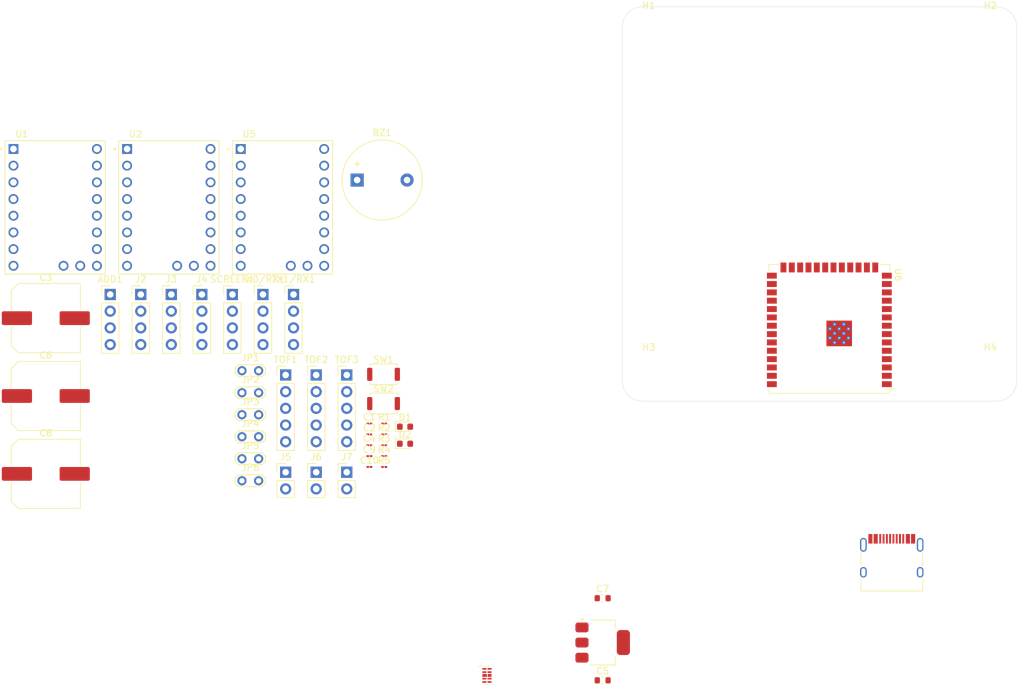
<source format=kicad_pcb>
(kicad_pcb (version 20240108) (generator "pcbnew") (generator_version "8.0")
  (layers (0 "F.Cu" signal) (31 "B.Cu" signal) (34 "B.Paste" user) (35 "F.Paste" user) (36 "B.SilkS" user "B.Silkscreen") (37 "F.SilkS" user "F.Silkscreen") (38 "B.Mask" user) (39 "F.Mask" user) (44 "Edge.Cuts" user))
  (net 0 "")
  (net 1 "SDA")
  (net 2 "SCL")
  (net 3 "3V3")
  (net 4 "VCC_5V")
  (net 5 "BUZZER")
  (net 6 "GPIO0")
  (net 7 "ESP32_EN")
  (net 8 "Net-(D1-K)")
  (net 9 "LED")
  (net 10 "Net-(D2-K)")
  (net 11 "USB_P")
  (net 12 "USB_N")
  (net 13 "Net-(J1-CC1)")
  (net 14 "VCC_5Vin")
  (net 16 "Net-(J1-CC2)")
  (net 18 "Net-(J2-Pin_3)")
  (net 19 "Net-(J2-Pin_4)")
  (net 20 "Net-(J2-Pin_1)")
  (net 21 "Net-(J2-Pin_2)")
  (net 22 "Net-(J3-Pin_2)")
  (net 23 "Net-(J3-Pin_1)")
  (net 24 "Net-(J3-Pin_4)")
  (net 25 "Net-(J3-Pin_3)")
  (net 26 "Net-(J4-Pin_1)")
  (net 27 "Net-(J4-Pin_3)")
  (net 28 "Net-(J4-Pin_4)")
  (net 29 "Net-(J4-Pin_2)")
  (net 30 "TEAMBTN")
  (net 31 "LAUNCHPULL")
  (net 32 "Net-(JP1-B)")
  (net 33 "Net-(JP2-B)")
  (net 34 "Net-(JP3-B)")
  (net 35 "Net-(JP4-B)")
  (net 36 "Net-(JP5-B)")
  (net 37 "Net-(JP6-B)")
  (net 38 "XSHUT1")
  (net 39 "XSHUT2")
  (net 40 "XSHUT3")
  (net 41 "RX0")
  (net 42 "TX0")
  (net 43 "TX1")
  (net 44 "RX1")
  (net 47 "DIR1")
  (net 49 "STEP1")
  (net 54 "STEP2")
  (net 56 "DIR2")
  (net 62 "DIR3")
  (net 67 "STEP3")
  (net 68 "GPIO21")
  (net 69 "GPIO36")
  (net 72 "GPIO47")
  (net 76 "GPIO48")
  (net 77 "GPIO37")
  (net 80 "GPIO35")
  (net 81 "GPIO38")
  (footprint "Buzzer_Beeper:Buzzer_12x9.5RM7.6" (layer "F.Cu") (at 169.6275 73.355)
    (property "Reference" "BZ1" (at 3.8 -7.2 0) (layer "F.SilkS"))
    (property "Value" "Buzzer")
    (fp_text user "+" (at -0.01 -2.54 0) (layer "F.SilkS"))
    (pad "1" thru_hole rect (at 0 0) (size 2 2) (drill 1) (layers "*.Cu" "*.Mask") (net 5 "BUZZER"))
    (pad "2" thru_hole circle (at 7.6 0) (size 2 2) (drill 1) (layers "*.Cu" "*.Mask") (net 3 "3V3"))
  )
  (footprint "Connector_PinHeader_2.54mm:PinHeader_1x04_P2.54mm_Vertical" (layer "F.Cu") (at 159.9475 90.775)
    (property "Reference" "TX1/RX1" (at 0 -2.33 0) (layer "F.SilkS"))
    (property "Value" "Conn_01x04_Pin")
    (pad "1" thru_hole rect (at 0 0) (size 1.7 1.7) (drill 1) (layers "*.Cu" "*.Mask") (net 3 "3V3"))
    (pad "2" thru_hole oval (at 0 2.54) (size 1.7 1.7) (drill 1) (layers "*.Cu" "*.Mask") (net 44 "RX1"))
    (pad "3" thru_hole oval (at 0 5.08) (size 1.7 1.7) (drill 1) (layers "*.Cu" "*.Mask") (net 43 "TX1"))
    (pad "4" thru_hole oval (at 0 7.62) (size 1.7 1.7) (drill 1) (layers "*.Cu" "*.Mask") (net 4 "VCC_5V"))
  )
  (footprint "Connector_PinHeader_2.54mm:PinHeader_1x04_P2.54mm_Vertical" (layer "F.Cu") (at 145.9975 90.775)
    (property "Reference" "J4" (at 0 -2.33 0) (layer "F.SilkS"))
    (property "Value" "Conn_01x04_Pin")
    (pad "1" thru_hole rect (at 0 0) (size 1.7 1.7) (drill 1) (layers "*.Cu" "*.Mask") (net 26 "Net-(J4-Pin_1)"))
    (pad "2" thru_hole oval (at 0 2.54) (size 1.7 1.7) (drill 1) (layers "*.Cu" "*.Mask") (net 29 "Net-(J4-Pin_2)"))
    (pad "3" thru_hole oval (at 0 5.08) (size 1.7 1.7) (drill 1) (layers "*.Cu" "*.Mask") (net 27 "Net-(J4-Pin_3)"))
    (pad "4" thru_hole oval (at 0 7.62) (size 1.7 1.7) (drill 1) (layers "*.Cu" "*.Mask") (net 28 "Net-(J4-Pin_4)"))
  )
  (footprint "TestPoint:TestPoint_2Pads_Pitch2.54mm_Drill0.8mm" (layer "F.Cu") (at 152.0975 102.375)
    (property "Reference" "JP1" (at 1.3 -2 0) (layer "F.SilkS"))
    (property "Value" "Jumper_2_Open")
    (pad "1" thru_hole circle (at 0 0) (size 1.4 1.4) (drill 0.8) (layers "*.Cu" "*.Mask") (net 4 "VCC_5V"))
    (pad "2" thru_hole circle (at 2.54 0) (size 1.4 1.4) (drill 0.8) (layers "*.Cu" "*.Mask") (net 32 "Net-(JP1-B)"))
  )
  (footprint "Resistor_SMD:R_01005_0402Metric" (layer "F.Cu") (at 173.7475 117.025)
    (property "Reference" "R5" (at 0 -1 0) (layer "F.SilkS"))
    (property "Value" "120")
    (pad "1" smd roundrect (at -0.25 0) (size 0.4 0.3) (layers "F.Cu" "F.Mask") (net 10 "Net-(D2-K)"))
    (pad "2" smd roundrect (at 0.25 0) (size 0.4 0.3) (layers "F.Cu" "F.Mask") (net 3 "3V3"))
  )
  (footprint "TestPoint:TestPoint_2Pads_Pitch2.54mm_Drill0.8mm" (layer "F.Cu") (at 152.0975 115.775)
    (property "Reference" "JP5" (at 1.3 -2 0) (layer "F.SilkS"))
    (property "Value" "Jumper_2_Open")
    (pad "1" thru_hole circle (at 0 0) (size 1.4 1.4) (drill 0.8) (layers "*.Cu" "*.Mask") (net 4 "VCC_5V"))
    (pad "2" thru_hole circle (at 2.54 0) (size 1.4 1.4) (drill 0.8) (layers "*.Cu" "*.Mask") (net 36 "Net-(JP5-B)"))
  )
  (footprint "TMC2209:MODULE_TMC2209_SILENTSTEPSTICK" (layer "F.Cu") (at 158.2625 77.515)
    (property "Reference" "U5" (at -5.075 -11.155 0) (layer "F.SilkS"))
    (property "Value" "TMC2209_SILENTSTEPSTICK")
    (pad "1" thru_hole rect (at -6.35 -8.89) (size 1.508 1.508) (drill 1) (layers "*.Cu" "*.Mask") (net 3 "3V3"))
    (pad "2" thru_hole circle (at -6.35 -6.35) (size 1.508 1.508) (drill 1) (layers "*.Cu" "*.Mask") (net 4 "VCC_5V"))
    (pad "3" thru_hole circle (at -6.35 -3.81) (size 1.508 1.508) (drill 1) (layers "*.Cu" "*.Mask") (net 29 "Net-(J4-Pin_2)"))
    (pad "4" thru_hole circle (at -6.35 -1.27) (size 1.508 1.508) (drill 1) (layers "*.Cu" "*.Mask") (net 28 "Net-(J4-Pin_4)"))
    (pad "5" thru_hole circle (at -6.35 1.27) (size 1.508 1.508) (drill 1) (layers "*.Cu" "*.Mask") (net 27 "Net-(J4-Pin_3)"))
    (pad "6" thru_hole circle (at -6.35 3.81) (size 1.508 1.508) (drill 1) (layers "*.Cu" "*.Mask") (net 26 "Net-(J4-Pin_1)"))
    (pad "7" thru_hole circle (at -6.35 6.35) (size 1.508 1.508) (drill 1) (layers "*.Cu" "*.Mask") (net 3 "3V3"))
    (pad "8" thru_hole circle (at -6.35 8.89) (size 1.508 1.508) (drill 1) (layers "*.Cu" "*.Mask") (net 4 "VCC_5V"))
    (pad "9" thru_hole circle (at 6.35 -8.89) (size 1.508 1.508) (drill 1) (layers "*.Cu" "*.Mask") (net 62 "DIR3"))
    (pad "10" thru_hole circle (at 6.35 -6.35) (size 1.508 1.508) (drill 1) (layers "*.Cu" "*.Mask") (net 67 "STEP3"))
    (pad "11" thru_hole circle (at 6.35 -3.81) (size 1.508 1.508) (drill 1) (layers "*.Cu" "*.Mask"))
    (pad "12" thru_hole circle (at 6.35 -1.27) (size 1.508 1.508) (drill 1) (layers "*.Cu" "*.Mask"))
    (pad "13" thru_hole circle (at 6.35 1.27) (size 1.508 1.508) (drill 1) (layers "*.Cu" "*.Mask"))
    (pad "14" thru_hole circle (at 6.35 3.81) (size 1.508 1.508) (drill 1) (layers "*.Cu" "*.Mask") (net 37 "Net-(JP6-B)"))
    (pad "15" thru_hole circle (at 6.35 6.35) (size 1.508 1.508) (drill 1) (layers "*.Cu" "*.Mask") (net 36 "Net-(JP5-B)"))
    (pad "16" thru_hole circle (at 6.35 8.89) (size 1.508 1.508) (drill 1) (layers "*.Cu" "*.Mask") (net 3 "3V3"))
    (pad "17" thru_hole circle (at 1.27 8.89) (size 1.508 1.508) (drill 1) (layers "*.Cu" "*.Mask"))
    (pad "18" thru_hole circle (at 3.81 8.89) (size 1.508 1.508) (drill 1) (layers "*.Cu" "*.Mask"))
  )
  (footprint "Capacitor_SMD:C_Elec_10x10.2" (layer "F.Cu") (at 122.2475 106.225)
    (property "Reference" "C6" (at 0 -6.2 0) (layer "F.SilkS"))
    (property "Value" "100uF")
    (pad "1" smd roundrect (at -4.4 0) (size 4.6 2.1) (layers "F.Cu" "F.Paste" "F.Mask") (roundrect_rratio 0.119048) (net 4 "VCC_5V"))
    (pad "2" smd roundrect (at 4.4 0) (size 4.6 2.1) (layers "F.Cu" "F.Paste" "F.Mask") (roundrect_rratio 0.119048) (net 3 "3V3"))
  )
  (footprint "Connector_PinHeader_2.54mm:PinHeader_1x02_P2.54mm_Vertical" (layer "F.Cu") (at 163.3975 117.825)
    (property "Reference" "J6" (at 0 -2.33 0) (layer "F.SilkS"))
    (property "Value" "Conn_01x02_Pin")
    (pad "1" thru_hole rect (at 0 0) (size 1.7 1.7) (drill 1) (layers "*.Cu" "*.Mask") (net 4 "VCC_5V"))
    (pad "2" thru_hole oval (at 0 2.54) (size 1.7 1.7) (drill 1) (layers "*.Cu" "*.Mask") (net 14 "VCC_5Vin"))
  )
  (footprint "Connector_PinHeader_2.54mm:PinHeader_1x05_P2.54mm_Vertical" (layer "F.Cu") (at 163.3975 103.025)
    (property "Reference" "TOF2" (at 0 -2.33 0) (layer "F.SilkS"))
    (property "Value" "Conn_01x05_Pin")
    (pad "1" thru_hole rect (at 0 0) (size 1.7 1.7) (drill 1) (layers "*.Cu" "*.Mask") (net 39 "XSHUT2"))
    (pad "2" thru_hole oval (at 0 2.54) (size 1.7 1.7) (drill 1) (layers "*.Cu" "*.Mask") (net 1 "SDA"))
    (pad "3" thru_hole oval (at 0 5.08) (size 1.7 1.7) (drill 1) (layers "*.Cu" "*.Mask") (net 2 "SCL"))
    (pad "4" thru_hole oval (at 0 7.62) (size 1.7 1.7) (drill 1) (layers "*.Cu" "*.Mask") (net 3 "3V3"))
    (pad "5" thru_hole oval (at 0 10.16) (size 1.7 1.7) (drill 1) (layers "*.Cu" "*.Mask") (net 4 "VCC_5V"))
  )
  (footprint "Resistor_SMD:R_01005_0402Metric" (layer "F.Cu") (at 173.7475 112.075)
    (property "Reference" "R2" (at 0 -1 0) (layer "F.SilkS"))
    (property "Value" "5.1k")
    (pad "1" smd roundrect (at -0.25 0) (size 0.4 0.3) (layers "F.Cu" "F.Mask") (net 16 "Net-(J1-CC2)"))
    (pad "2" smd roundrect (at 0.25 0) (size 0.4 0.3) (layers "F.Cu" "F.Mask") (net 3 "3V3"))
  )
  (footprint "Resistor_SMD:R_01005_0402Metric" (layer "F.Cu") (at 171.4975 117.025)
    (property "Reference" "C10" (at 0 -1 0) (layer "F.SilkS"))
    (property "Value" "0.1uF(50V/10%)")
    (pad "1" smd roundrect (at -0.25 0) (size 0.4 0.3) (layers "F.Cu" "F.Mask") (net 3 "3V3"))
    (pad "2" smd roundrect (at 0.25 0) (size 0.4 0.3) (layers "F.Cu" "F.Mask") (net 3 "3V3"))
  )
  (footprint "TestPoint:TestPoint_2Pads_Pitch2.54mm_Drill0.8mm" (layer "F.Cu") (at 152.0975 109.075)
    (property "Reference" "JP3" (at 1.3 -2 0) (layer "F.SilkS"))
    (property "Value" "Jumper_2_Open")
    (pad "1" thru_hole circle (at 0 0) (size 1.4 1.4) (drill 0.8) (layers "*.Cu" "*.Mask") (net 4 "VCC_5V"))
    (pad "2" thru_hole circle (at 2.54 0) (size 1.4 1.4) (drill 0.8) (layers "*.Cu" "*.Mask") (net 34 "Net-(JP3-B)"))
  )
  (footprint "Resistor_SMD:R_01005_0402Metric" (layer "F.Cu") (at 171.4975 115.375)
    (property "Reference" "C9" (at 0 -1 0) (layer "F.SilkS"))
    (property "Value" "10uF(25V/20%)")
    (pad "1" smd roundrect (at -0.25 0) (size 0.4 0.3) (layers "F.Cu" "F.Mask") (net 3 "3V3"))
    (pad "2" smd roundrect (at 0.25 0) (size 0.4 0.3) (layers "F.Cu" "F.Mask") (net 3 "3V3"))
  )
  (footprint "Resistor_SMD:R_01005_0402Metric" (layer "F.Cu") (at 173.7475 115.375)
    (property "Reference" "R4" (at 0 -1 0) (layer "F.SilkS"))
    (property "Value" "120")
    (pad "1" smd roundrect (at -0.25 0) (size 0.4 0.3) (layers "F.Cu" "F.Mask") (net 8 "Net-(D1-K)"))
    (pad "2" smd roundrect (at 0.25 0) (size 0.4 0.3) (layers "F.Cu" "F.Mask") (net 3 "3V3"))
  )
  (footprint "Capacitor_SMD:C_Elec_10x10.2" (layer "F.Cu") (at 122.2475 94.375)
    (property "Reference" "C3" (at 0 -6.2 0) (layer "F.SilkS"))
    (property "Value" "100uF")
    (pad "1" smd roundrect (at -4.4 0) (size 4.6 2.1) (layers "F.Cu" "F.Paste" "F.Mask") (roundrect_rratio 0.119048) (net 4 "VCC_5V"))
    (pad "2" smd roundrect (at 4.4 0) (size 4.6 2.1) (layers "F.Cu" "F.Paste" "F.Mask") (roundrect_rratio 0.119048) (net 3 "3V3"))
  )
  (footprint "Connector_PinHeader_2.54mm:PinHeader_1x04_P2.54mm_Vertical" (layer "F.Cu") (at 141.3475 90.775)
    (property "Reference" "J3" (at 0 -2.33 0) (layer "F.SilkS"))
    (property "Value" "Conn_01x04_Pin")
    (pad "1" thru_hole rect (at 0 0) (size 1.7 1.7) (drill 1) (layers "*.Cu" "*.Mask") (net 23 "Net-(J3-Pin_1)"))
    (pad "2" thru_hole oval (at 0 2.54) (size 1.7 1.7) (drill 1) (layers "*.Cu" "*.Mask") (net 22 "Net-(J3-Pin_2)"))
    (pad "3" thru_hole oval (at 0 5.08) (size 1.7 1.7) (drill 1) (layers "*.Cu" "*.Mask") (net 25 "Net-(J3-Pin_3)"))
    (pad "4" thru_hole oval (at 0 7.62) (size 1.7 1.7) (drill 1) (layers "*.Cu" "*.Mask") (net 24 "Net-(J3-Pin_4)"))
  )
  (footprint "Connector_PinHeader_2.54mm:PinHeader_1x05_P2.54mm_Vertical" (layer "F.Cu") (at 158.7475 103.025)
    (property "Reference" "TOF1" (at 0 -2.33 0) (layer "F.SilkS"))
    (property "Value" "Conn_01x05_Pin")
    (pad "1" thru_hole rect (at 0 0) (size 1.7 1.7) (drill 1) (layers "*.Cu" "*.Mask") (net 38 "XSHUT1"))
    (pad "2" thru_hole oval (at 0 2.54) (size 1.7 1.7) (drill 1) (layers "*.Cu" "*.Mask") (net 1 "SDA"))
    (pad "3" thru_hole oval (at 0 5.08) (size 1.7 1.7) (drill 1) (layers "*.Cu" "*.Mask") (net 2 "SCL"))
    (pad "4" thru_hole oval (at 0 7.62) (size 1.7 1.7) (drill 1) (layers "*.Cu" "*.Mask") (net 3 "3V3"))
    (pad "5" thru_hole oval (at 0 10.16) (size 1.7 1.7) (drill 1) (layers "*.Cu" "*.Mask") (net 4 "VCC_5V"))
  )
  (footprint "Resistor_SMD:R_0603_1608Metric" (layer "F.Cu") (at 207 149.5)
    (property "Reference" "C5" (at 0 -1.43 0) (layer "F.SilkS"))
    (property "Value" "10uF")
    (pad "1" smd roundrect (at -0.825 0) (size 0.8 0.95) (layers "F.Cu" "F.Paste" "F.Mask") (net 4 "VCC_5V"))
    (pad "2" smd roundrect (at 0.825 0) (size 0.8 0.95) (layers "F.Cu" "F.Paste" "F.Mask") (net 3 "3V3"))
  )
  (footprint "Connector_PinHeader_2.54mm:PinHeader_1x04_P2.54mm_Vertical" (layer "F.Cu") (at 136.6975 90.775)
    (property "Reference" "J2" (at 0 -2.33 0) (layer "F.SilkS"))
    (property "Value" "Conn_01x04_Pin")
    (pad "1" thru_hole rect (at 0 0) (size 1.7 1.7) (drill 1) (layers "*.Cu" "*.Mask") (net 20 "Net-(J2-Pin_1)"))
    (pad "2" thru_hole oval (at 0 2.54) (size 1.7 1.7) (drill 1) (layers "*.Cu" "*.Mask") (net 21 "Net-(J2-Pin_2)"))
    (pad "3" thru_hole oval (at 0 5.08) (size 1.7 1.7) (drill 1) (layers "*.Cu" "*.Mask") (net 18 "Net-(J2-Pin_3)"))
    (pad "4" thru_hole oval (at 0 7.62) (size 1.7 1.7) (drill 1) (layers "*.Cu" "*.Mask") (net 19 "Net-(J2-Pin_4)"))
  )
  (footprint "MountingHole:MountingHole_3.2mm_M3" (layer "F.Cu") (at 266 103)
    (property "Reference" "H4" (at 0 -4.2 0) (layer "F.SilkS"))
    (property "Value" "MountingHole")
    (pad "" np_thru_hole circle (at 0 0) (size 3.2 3.2) (drill 3.2) (layers "*.Cu" "*.Mask"))
  )
  (footprint "Resistor_SMD:R_01005_0402Metric" (layer "F.Cu") (at 171.4975 112.075)
    (property "Reference" "C2" (at 0 -1 0) (layer "F.SilkS"))
    (property "Value" "0.1uF")
    (pad "1" smd roundrect (at -0.25 0) (size 0.4 0.3) (layers "F.Cu" "F.Mask") (net 7 "ESP32_EN"))
    (pad "2" smd roundrect (at 0.25 0) (size 0.4 0.3) (layers "F.Cu" "F.Mask") (net 3 "3V3"))
  )
  (footprint "Connector_PinHeader_2.54mm:PinHeader_1x05_P2.54mm_Vertical" (layer "F.Cu") (at 168.0475 103.025)
    (property "Reference" "TOF3" (at 0 -2.33 0) (layer "F.SilkS"))
    (property "Value" "Conn_01x05_Pin")
    (pad "1" thru_hole rect (at 0 0) (size 1.7 1.7) (drill 1) (layers "*.Cu" "*.Mask") (net 40 "XSHUT3"))
    (pad "2" thru_hole oval (at 0 2.54) (size 1.7 1.7) (drill 1) (layers "*.Cu" "*.Mask") (net 1 "SDA"))
    (pad "3" thru_hole oval (at 0 5.08) (size 1.7 1.7) (drill 1) (layers "*.Cu" "*.Mask") (net 2 "SCL"))
    (pad "4" thru_hole oval (at 0 7.62) (size 1.7 1.7) (drill 1) (layers "*.Cu" "*.Mask") (net 3 "3V3"))
    (pad "5" thru_hole oval (at 0 10.16) (size 1.7 1.7) (drill 1) (layers "*.Cu" "*.Mask") (net 4 "VCC_5V"))
  )
  (footprint "MountingHole:MountingHole_3.2mm_M3" (layer "F.Cu") (at 266 51)
    (property "Reference" "H2" (at 0 -4.2 0) (layer "F.SilkS"))
    (property "Value" "MountingHole")
    (pad "" np_thru_hole circle (at 0 0) (size 3.2 3.2) (drill 3.2) (layers "*.Cu" "*.Mask"))
  )
  (footprint "Package_TO_SOT_SMD:SOT-223-3_TabPin2" (layer "F.Cu") (at 207 143.75)
    (property "Reference" "U4" (hide yes))
    (property "Value" "AMS1117-3.3 (UMW)" (hide yes))
    (pad "1" smd roundrect (at -3.15 -2.3) (size 2 1.5) (layers "F.Cu" "F.Paste" "F.Mask") (net 3 "3V3"))
    (pad "2" smd roundrect (at -3.15 0) (size 2 1.5) (layers "F.Cu" "F.Paste" "F.Mask") (net 3 "3V3"))
    (pad "2" smd roundrect (at 3.15 0) (size 2 3.8) (layers "F.Cu" "F.Paste" "F.Mask") (net 3 "3V3"))
    (pad "3" smd roundrect (at -3.15 2.3) (size 2 1.5) (layers "F.Cu" "F.Paste" "F.Mask") (net 4 "VCC_5V"))
  )
  (footprint "Resistor_SMD:R_01005_0402Metric" (layer "F.Cu") (at 171.4975 110.425)
    (property "Reference" "C1" (at 0 -1 0) (layer "F.SilkS"))
    (property "Value" "0.1uF")
    (pad "1" smd roundrect (at -0.25 0) (size 0.4 0.3) (layers "F.Cu" "F.Mask") (net 6 "GPIO0"))
    (pad "2" smd roundrect (at 0.25 0) (size 0.4 0.3) (layers "F.Cu" "F.Mask") (net 3 "3V3"))
  )
  (footprint "Connector_PinHeader_2.54mm:PinHeader_1x04_P2.54mm_Vertical" (layer "F.Cu") (at 150.6475 90.775)
    (property "Reference" "SCREEN1" (at 0 -2.33 0) (layer "F.SilkS"))
    (property "Value" "Conn_01x04_Pin")
    (pad "1" thru_hole rect (at 0 0) (size 1.7 1.7) (drill 1) (layers "*.Cu" "*.Mask") (net 1 "SDA"))
    (pad "2" thru_hole oval (at 0 2.54) (size 1.7 1.7) (drill 1) (layers "*.Cu" "*.Mask") (net 2 "SCL"))
    (pad "3" thru_hole oval (at 0 5.08) (size 1.7 1.7) (drill 1) (layers "*.Cu" "*.Mask") (net 4 "VCC_5V"))
    (pad "4" thru_hole oval (at 0 7.62) (size 1.7 1.7) (drill 1) (layers "*.Cu" "*.Mask") (net 3 "3V3"))
  )
  (footprint "TMC2209:MODULE_TMC2209_SILENTSTEPSTICK" (layer "F.Cu") (at 140.9675 77.515)
    (property "Reference" "U2" (at -5.075 -11.155 0) (layer "F.SilkS"))
    (property "Value" "TMC2209_SILENTSTEPSTICK")
    (pad "1" thru_hole rect (at -6.35 -8.89) (size 1.508 1.508) (drill 1) (layers "*.Cu" "*.Mask") (net 3 "3V3"))
    (pad "2" thru_hole circle (at -6.35 -6.35) (size 1.508 1.508) (drill 1) (layers "*.Cu" "*.Mask") (net 4 "VCC_5V"))
    (pad "3" thru_hole circle (at -6.35 -3.81) (size 1.508 1.508) (drill 1) (layers "*.Cu" "*.Mask") (net 22 "Net-(J3-Pin_2)"))
    (pad "4" thru_hole circle (at -6.35 -1.27) (size 1.508 1.508) (drill 1) (layers "*.Cu" "*.Mask") (net 24 "Net-(J3-Pin_4)"))
    (pad "5" thru_hole circle (at -6.35 1.27) (size 1.508 1.508) (drill 1) (layers "*.Cu" "*.Mask") (net 25 "Net-(J3-Pin_3)"))
    (pad "6" thru_hole circle (at -6.35 3.81) (size 1.508 1.508) (drill 1) (layers "*.Cu" "*.Mask") (net 23 "Net-(J3-Pin_1)"))
    (pad "7" thru_hole circle (at -6.35 6.35) (size 1.508 1.508) (drill 1) (layers "*.Cu" "*.Mask") (net 3 "3V3"))
    (pad "8" thru_hole circle (at -6.35 8.89) (size 1.508 1.508) (drill 1) (layers "*.Cu" "*.Mask") (net 4 "VCC_5V"))
    (pad "9" thru_hole circle (at 6.35 -8.89) (size 1.508 1.508) (drill 1) (layers "*.Cu" "*.Mask") (net 56 "DIR2"))
    (pad "10" thru_hole circle (at 6.35 -6.35) (size 1.508 1.508) (drill 1) (layers "*.Cu" "*.Mask") (net 54 "STEP2"))
    (pad "11" thru_hole circle (at 6.35 -3.81) (size 1.508 1.508) (drill 1) (layers "*.Cu" "*.Mask"))
    (pad "12" thru_hole circle (at 6.35 -1.27) (size 1.508 1.508) (drill 1) (layers "*.Cu" "*.Mask"))
    (pad "13" thru_hole circle (at 6.35 1.27) (size 1.508 1.508) (drill 1) (layers "*.Cu" "*.Mask"))
    (pad "14" thru_hole circle (at 6.35 3.81) (size 1.508 1.508) (drill 1) (layers "*.Cu" "*.Mask") (net 35 "Net-(JP4-B)"))
    (pad "15" thru_hole circle (at 6.35 6.35) (size 1.508 1.508) (drill 1) (layers "*.Cu" "*.Mask") (net 34 "Net-(JP3-B)"))
    (pad "16" thru_hole circle (at 6.35 8.89) (size 1.508 1.508) (drill 1) (layers "*.Cu" "*.Mask") (net 3 "3V3"))
    (pad "17" thru_hole circle (at 1.27 8.89) (size 1.508 1.508) (drill 1) (layers "*.Cu" "*.Mask"))
    (pad "18" thru_hole circle (at 3.81 8.89) (size 1.508 1.508) (drill 1) (layers "*.Cu" "*.Mask"))
  )
  (footprint "TestPoint:TestPoint_2Pads_Pitch2.54mm_Drill0.8mm" (layer "F.Cu") (at 152.0975 112.425)
    (property "Reference" "JP4" (at 1.3 -2 0) (layer "F.SilkS"))
    (property "Value" "Jumper_2_Open")
    (pad "1" thru_hole circle (at 0 0) (size 1.4 1.4) (drill 0.8) (layers "*.Cu" "*.Mask") (net 4 "VCC_5V"))
    (pad "2" thru_hole circle (at 2.54 0) (size 1.4 1.4) (drill 0.8) (layers "*.Cu" "*.Mask") (net 35 "Net-(JP4-B)"))
  )
  (footprint "MountingHole:MountingHole_3.2mm_M3" (layer "F.Cu") (at 214 103)
    (property "Reference" "H3" (at 0 -4.2 0) (layer "F.SilkS"))
    (property "Value" "MountingHole")
    (pad "" np_thru_hole circle (at 0 0) (size 3.2 3.2) (drill 3.2) (layers "*.Cu" "*.Mask"))
  )
  (footprint "Package_DFN_QFN:Diodes_UDFN-10_1.0x2.5mm_P0.5mm" (layer "F.Cu") (at 189.3875 148.75)
    (property "Reference" "U3" (hide yes))
    (property "Value" "D3V3XA4B10LP" (hide yes))
    (pad "1" smd rect (at -0.3875 -1 270) (size 0.25 0.625) (layers "F.Cu" "F.Paste" "F.Mask") (net 12 "USB_N"))
    (pad "2" smd rect (at -0.3875 -0.5 270) (size 0.25 0.625) (layers "F.Cu" "F.Paste" "F.Mask") (net 11 "USB_P"))
    (pad "3" smd rect (at -0.35 0 270) (size 0.45 0.7) (layers "F.Cu" "F.Paste" "F.Mask") (net 3 "3V3"))
    (pad "4" smd rect (at -0.3875 0.5 270) (size 0.25 0.625) (layers "F.Cu" "F.Paste" "F.Mask") (net 4 "VCC_5V"))
    (pad "5" smd rect (at -0.3875 1 270) (size 0.25 0.625) (layers "F.Cu" "F.Paste" "F.Mask"))
    (pad "6" smd rect (at 0.3875 1 270) (size 0.25 0.625) (layers "F.Cu" "F.Paste" "F.Mask"))
    (pad "7" smd rect (at 0.3875 0.5 270) (size 0.25 0.625) (layers "F.Cu" "F.Paste" "F.Mask") (net 4 "VCC_5V"))
    (pad "8" smd rect (at 0.4125 0 270) (size 0.45 0.575) (layers "F.Cu" "F.Paste" "F.Mask") (net 3 "3V3"))
    (pad "9" smd rect (at 0.3875 -0.5 270) (size 0.25 0.625) (layers "F.Cu" "F.Paste" "F.Mask") (net 11 "USB_P"))
    (pad "10" smd rect (at 0.3875 -1 270) (size 0.25 0.625) (layers "F.Cu" "F.Paste" "F.Mask") (net 12 "USB_N"))
  )
  (footprint "Connector_USB:USB_C_Receptacle_HRO_TYPE-C-31-M-12" (layer "F.Cu") (at 251 132)
    (property "Reference" "J1" (hide yes))
    (property "Value" "USB_C_Receptacle_USB2.0_16P" (hide yes))
    (pad "" np_thru_hole circle (at -2.89 -2.6) (size 0.65 0.65) (drill 0.65) (layers "*.Cu" "*.Mask"))
    (pad "" np_thru_hole circle (at 2.89 -2.6) (size 0.65 0.65) (drill 0.65) (layers "*.Cu" "*.Mask"))
    (pad "A1" smd rect (at -3.25 -4.045) (size 0.6 1.45) (layers "F.Cu" "F.Paste" "F.Mask") (net 3 "3V3"))
    (pad "A4" smd rect (at -2.45 -4.045) (size 0.6 1.45) (layers "F.Cu" "F.Paste" "F.Mask") (net 14 "VCC_5Vin"))
    (pad "A5" smd rect (at -1.25 -4.045) (size 0.3 1.45) (layers "F.Cu" "F.Paste" "F.Mask") (net 13 "Net-(J1-CC1)"))
    (pad "A6" smd rect (at -0.25 -4.045) (size 0.3 1.45) (layers "F.Cu" "F.Paste" "F.Mask") (net 11 "USB_P"))
    (pad "A7" smd rect (at 0.25 -4.045) (size 0.3 1.45) (layers "F.Cu" "F.Paste" "F.Mask") (net 12 "USB_N"))
    (pad "A8" smd rect (at 1.25 -4.045) (size 0.3 1.45) (layers "F.Cu" "F.Paste" "F.Mask"))
    (pad "A9" smd rect (at 2.45 -4.045) (size 0.6 1.45) (layers "F.Cu" "F.Paste" "F.Mask") (net 14 "VCC_5Vin"))
    (pad "A12" smd rect (at 3.25 -4.045) (size 0.6 1.45) (layers "F.Cu" "F.Paste" "F.Mask") (net 3 "3V3"))
    (pad "B1" smd rect (at 3.25 -4.045) (size 0.6 1.45) (layers "F.Cu" "F.Paste" "F.Mask") (net 3 "3V3"))
    (pad "B4" smd rect (at 2.45 -4.045) (size 0.6 1.45) (layers "F.Cu" "F.Paste" "F.Mask") (net 14 "VCC_5Vin"))
    (pad "B5" smd rect (at 1.75 -4.045) (size 0.3 1.45) (layers "F.Cu" "F.Paste" "F.Mask") (net 16 "Net-(J1-CC2)"))
    (pad "B6" smd rect (at 0.75 -4.045) (size 0.3 1.45) (layers "F.Cu" "F.Paste" "F.Mask") (net 11 "USB_P"))
    (pad "B7" smd rect (at -0.75 -4.045) (size 0.3 1.45) (layers "F.Cu" "F.Paste" "F.Mask") (net 12 "USB_N"))
    (pad "B8" smd rect (at -1.75 -4.045) (size 0.3 1.45) (layers "F.Cu" "F.Paste" "F.Mask"))
    (pad "B9" smd rect (at -2.45 -4.045) (size 0.6 1.45) (layers "F.Cu" "F.Paste" "F.Mask") (net 14 "VCC_5Vin"))
    (pad "B12" smd rect (at -3.25 -4.045) (size 0.6 1.45) (layers "F.Cu" "F.Paste" "F.Mask") (net 3 "3V3"))
    (pad "S1" thru_hole oval (at -4.32 -3.13) (size 1 2.1) (drill oval 0.6 1.7) (layers "*.Cu" "*.Mask") (net 3 "3V3"))
    (pad "S1" thru_hole oval (at -4.32 1.05) (size 1 1.6) (drill oval 0.6 1.2) (layers "*.Cu" "*.Mask") (net 3 "3V3"))
    (pad "S1" thru_hole oval (at 4.32 -3.13) (size 1 2.1) (drill oval 0.6 1.7) (layers "*.Cu" "*.Mask") (net 3 "3V3"))
    (pad "S1" thru_hole oval (at 4.32 1.05) (size 1 1.6) (drill oval 0.6 1.2) (layers "*.Cu" "*.Mask") (net 3 "3V3"))
  )
  (footprint "Capacitor_SMD:C_Elec_10x10.2" (layer "F.Cu") (at 122.2475 118.075)
    (property "Reference" "C8" (at 0 -6.2 0) (layer "F.SilkS"))
    (property "Value" "100uF")
    (pad "1" smd roundrect (at -4.4 0) (size 4.6 2.1) (layers "F.Cu" "F.Paste" "F.Mask") (roundrect_rratio 0.119048) (net 4 "VCC_5V"))
    (pad "2" smd roundrect (at 4.4 0) (size 4.6 2.1) (layers "F.Cu" "F.Paste" "F.Mask") (roundrect_rratio 0.119048) (net 3 "3V3"))
  )
  (footprint "Connector_PinHeader_2.54mm:PinHeader_1x04_P2.54mm_Vertical" (layer "F.Cu") (at 155.2975 90.775)
    (property "Reference" "TX0/RX1" (at 0 -2.33 0) (layer "F.SilkS"))
    (property "Value" "Conn_01x04_Pin")
    (pad "1" thru_hole rect (at 0 0) (size 1.7 1.7) (drill 1) (layers "*.Cu" "*.Mask") (net 3 "3V3"))
    (pad "2" thru_hole oval (at 0 2.54) (size 1.7 1.7) (drill 1) (layers "*.Cu" "*.Mask") (net 41 "RX0"))
    (pad "3" thru_hole oval (at 0 5.08) (size 1.7 1.7) (drill 1) (layers "*.Cu" "*.Mask") (net 42 "TX0"))
    (pad "4" thru_hole oval (at 0 7.62) (size 1.7 1.7) (drill 1) (layers "*.Cu" "*.Mask") (net 4 "VCC_5V"))
  )
  (footprint "Resistor_SMD:R_01005_0402Metric" (layer "F.Cu") (at 171.4975 113.725)
    (property "Reference" "C4" (at 0 -1 0) (layer "F.SilkS"))
    (property "Value" "10uF(25V/20%)")
    (pad "1" smd roundrect (at -0.25 0) (size 0.4 0.3) (layers "F.Cu" "F.Mask") (net 4 "VCC_5V"))
    (pad "2" smd roundrect (at 0.25 0) (size 0.4 0.3) (layers "F.Cu" "F.Mask") (net 3 "3V3"))
  )
  (footprint "Button_Switch_SMD:SW_Push_SPST_NO_Alps_SKRK" (layer "F.Cu") (at 173.6475 102.925)
    (property "Reference" "SW1" (at 0 -2.25 0) (layer "F.SilkS"))
    (property "Value" "SW_Push")
    (pad "1" smd roundrect (at -2.1 0) (size 0.8 2) (layers "F.Cu" "F.Paste" "F.Mask") (net 3 "3V3"))
    (pad "2" smd roundrect (at 2.1 0) (size 0.8 2) (layers "F.Cu" "F.Paste" "F.Mask") (net 6 "GPIO0"))
  )
  (footprint "Resistor_SMD:R_01005_0402Metric" (layer "F.Cu") (at 173.7475 110.425)
    (property "Reference" "R1" (at 0 -1 0) (layer "F.SilkS"))
    (property "Value" "10k")
    (pad "1" smd roundrect (at -0.25 0) (size 0.4 0.3) (layers "F.Cu" "F.Mask") (net 3 "3V3"))
    (pad "2" smd roundrect (at 0.25 0) (size 0.4 0.3) (layers "F.Cu" "F.Mask") (net 7 "ESP32_EN"))
  )
  (footprint "Resistor_SMD:R_0603_1608Metric" (layer "F.Cu") (at 207 137)
    (property "Reference" "C7" (at 0 -1.43 0) (layer "F.SilkS"))
    (property "Value" "10uF")
    (pad "1" smd roundrect (at -0.825 0) (size 0.8 0.95) (layers "F.Cu" "F.Paste" "F.Mask") (net 3 "3V3"))
    (pad "2" smd roundrect (at 0.825 0) (size 0.8 0.95) (layers "F.Cu" "F.Paste" "F.Mask") (net 3 "3V3"))
  )
  (footprint "LED_SMD:LED_0603_1608Metric" (layer "F.Cu") (at 176.9175 110.895)
    (property "Reference" "D1" (at 0 -1.43 0) (layer "F.SilkS"))
    (property "Value" "~")
    (pad "1" smd roundrect (at -0.7875 0) (size 0.875 0.95) (layers "F.Cu" "F.Paste" "F.Mask") (net 8 "Net-(D1-K)"))
    (pad "2" smd roundrect (at 0.7875 0) (size 0.875 0.95) (layers "F.Cu" "F.Paste" "F.Mask") (net 3 "3V3"))
  )
  (footprint "TestPoint:TestPoint_2Pads_Pitch2.54mm_Drill0.8mm" (layer "F.Cu") (at 152.0975 119.125)
    (property "Reference" "JP6" (at 1.3 -2 0) (layer "F.SilkS"))
    (property "Value" "Jumper_2_Open")
    (pad "1" thru_hole circle (at 0 0) (size 1.4 1.4) (drill 0.8) (layers "*.Cu" "*.Mask") (net 4 "VCC_5V"))
    (pad "2" thru_hole circle (at 2.54 0) (size 1.4 1.4) (drill 0.8) (layers "*.Cu" "*.Mask") (net 37 "Net-(JP6-B)"))
  )
  (footprint "Button_Switch_SMD:SW_Push_SPST_NO_Alps_SKRK" (layer "F.Cu") (at 173.6475 107.375)
    (property "Reference" "SW2" (at 0 -2.25 0) (layer "F.SilkS"))
    (property "Value" "SW_Push")
    (pad "1" smd roundrect (at -2.1 0) (size 0.8 2) (layers "F.Cu" "F.Paste" "F.Mask") (net 3 "3V3"))
    (pad "2" smd roundrect (at 2.1 0) (size 0.8 2) (layers "F.Cu" "F.Paste" "F.Mask") (net 7 "ESP32_EN"))
  )
  (footprint "RF_Module:ESP32-S3-WROOM-1U" (layer "F.Cu") (at 241.5 96.01 180)
    (property "Reference" "U6" (at -10.5 8.25 -90) (layer "F.SilkS"))
    (property "Value" "ESP32-S3-WROOM-1" (hide yes))
    (pad "1" smd rect (at -8.75 -8.41 180) (size 1.5 0.9) (layers "F.Cu" "F.Paste" "F.Mask") (net 3 "3V3"))
    (pad "2" smd rect (at -8.75 -7.14 180) (size 1.5 0.9) (layers "F.Cu" "F.Paste" "F.Mask") (net 3 "3V3"))
    (pad "3" smd rect (at -8.75 -5.87 180) (size 1.5 0.9) (layers "F.Cu" "F.Paste" "F.Mask") (net 7 "ESP32_EN"))
    (pad "4" smd rect (at -8.75 -4.6 180) (size 1.5 0.9) (layers "F.Cu" "F.Paste" "F.Mask") (net 5 "BUZZER"))
    (pad "5" smd rect (at -8.75 -3.33 180) (size 1.5 0.9) (layers "F.Cu" "F.Paste" "F.Mask") (net 9 "LED"))
    (pad "6" smd rect (at -8.75 -2.06 180) (size 1.5 0.9) (layers "F.Cu" "F.Paste" "F.Mask") (net 31 "LAUNCHPULL"))
    (pad "7" smd rect (at -8.75 -0.79 180) (size 1.5 0.9) (layers "F.Cu" "F.Paste" "F.Mask") (net 30 "TEAMBTN"))
    (pad "8" smd rect (at -8.75 0.48 180) (size 1.5 0.9) (layers "F.Cu" "F.Paste" "F.Mask") (net 56 "DIR2"))
    (pad "9" smd rect (at -8.75 1.75 180) (size 1.5 0.9) (layers "F.Cu" "F.Paste" "F.Mask") (net 62 "DIR3"))
    (pad "10" smd rect (at -8.75 3.02 180) (size 1.5 0.9) (layers "F.Cu" "F.Paste" "F.Mask") (net 43 "TX1"))
    (pad "11" smd rect (at -8.75 4.29 180) (size 1.5 0.9) (layers "F.Cu" "F.Paste" "F.Mask") (net 44 "RX1"))
    (pad "12" smd rect (at -8.75 5.56 180) (size 1.5 0.9) (layers "F.Cu" "F.Paste" "F.Mask") (net 38 "XSHUT1"))
    (pad "13" smd rect (at -8.75 6.83 180) (size 1.5 0.9) (layers "F.Cu" "F.Paste" "F.Mask") (net 12 "USB_N"))
    (pad "14" smd rect (at -8.75 8.1) (size 1.5 0.9) (layers "F.Cu" "F.Paste" "F.Mask") (net 11 "USB_P"))
    (pad "15" smd rect (at -6.985 9.35 90) (size 1.5 0.9) (layers "F.Cu" "F.Paste" "F.Mask"))
    (pad "16" smd rect (at -5.715 9.35 90) (size 1.5 0.9) (layers "F.Cu" "F.Paste" "F.Mask"))
    (pad "17" smd rect (at -4.445 9.35 90) (size 1.5 0.9) (layers "F.Cu" "F.Paste" "F.Mask") (net 39 "XSHUT2"))
    (pad "18" smd rect (at -3.175 9.35 90) (size 1.5 0.9) (layers "F.Cu" "F.Paste" "F.Mask") (net 40 "XSHUT3"))
    (pad "19" smd rect (at -1.905 9.35 90) (size 1.5 0.9) (layers "F.Cu" "F.Paste" "F.Mask") (net 49 "STEP1"))
    (pad "20" smd rect (at -0.635 9.35 90) (size 1.5 0.9) (layers "F.Cu" "F.Paste" "F.Mask") (net 54 "STEP2"))
    (pad "21" smd rect (at 0.635 9.35 90) (size 1.5 0.9) (layers "F.Cu" "F.Paste" "F.Mask") (net 67 "STEP3"))
    (pad "22" smd rect (at 1.905 9.35 90) (size 1.5 0.9) (layers "F.Cu" "F.Paste" "F.Mask") (net 47 "DIR1"))
    (pad "23" smd rect (at 3.175 9.35 90) (size 1.5 0.9) (layers "F.Cu" "F.Paste" "F.Mask") (net 68 "GPIO21"))
    (pad "24" smd rect (at 4.445 9.35 90) (size 1.5 0.9) (layers "F.Cu" "F.Paste" "F.Mask") (net 72 "GPIO47"))
    (pad "25" smd rect (at 5.715 9.35 90) (size 1.5 0.9) (layers "F.Cu" "F.Paste" "F.Mask") (net 76 "GPIO48"))
    (pad "26" smd rect (at 6.985 9.35 90) (size 1.5 0.9) (layers "F.Cu" "F.Paste" "F.Mask"))
    (pad "27" smd rect (at 8.75 8.1 180) (size 1.5 0.9) (layers "F.Cu" "F.Paste" "F.Mask") (net 6 "GPIO0"))
    (pad "28" smd rect (at 8.75 6.83 180) (size 1.5 0.9) (layers "F.Cu" "F.Paste" "F.Mask") (net 80 "GPIO35"))
    (pad "29" smd rect (at 8.75 5.56 180) (size 1.5 0.9) (layers "F.Cu" "F.Paste" "F.Mask") (net 69 "GPIO36"))
    (pad "30" smd rect (at 8.75 4.29 180) (size 1.5 0.9) (layers "F.Cu" "F.Paste" "F.Mask") (net 77 "GPIO37"))
    (pad "31" smd rect (at 8.75 3.02 180) (size 1.5 0.9) (layers "F.Cu" "F.Paste" "F.Mask") (net 81 "GPIO38"))
    (pad "32" smd rect (at 8.75 1.75 180) (size 1.5 0.9) (layers "F.Cu" "F.Paste" "F.Mask"))
    (pad "33" smd rect (at 8.75 0.48 180) (size 1.5 0.9) (layers "F.Cu" "F.Paste" "F.Mask"))
    (pad "34" smd rect (at 8.75 -0.79 180) (size 1.5 0.9) (layers "F.Cu" "F.Paste" "F.Mask"))
    (pad "35" smd rect (at 8.75 -2.06 180) (size 1.5 0.9) (layers "F.Cu" "F.Paste" "F.Mask"))
    (pad "36" smd rect (at 8.75 -3.33 180) (size 1.5 0.9) (layers "F.Cu" "F.Paste" "F.Mask") (net 41 "RX0"))
    (pad "37" smd rect (at 8.75 -4.6 180) (size 1.5 0.9) (layers "F.Cu" "F.Paste" "F.Mask") (net 42 "TX0"))
    (pad "38" smd rect (at 8.75 -5.87 180) (size 1.5 0.9) (layers "F.Cu" "F.Paste" "F.Mask") (net 2 "SCL"))
    (pad "39" smd rect (at 8.75 -7.14 180) (size 1.5 0.9) (layers "F.Cu" "F.Paste" "F.Mask") (net 1 "SDA"))
    (pad "40" smd rect (at 8.75 -8.41 180) (size 1.5 0.9) (layers "F.Cu" "F.Paste" "F.Mask") (net 3 "3V3"))
    (pad "41" thru_hole circle (at -2.9 -1.39 180) (size 0.6 0.6) (drill 0.2) (property pad_prop_heatsink) (layers "*.Cu" "F.Mask") (net 3 "3V3"))
    (pad "41" thru_hole circle (at -2.9 0.01 180) (size 0.6 0.6) (drill 0.2) (property pad_prop_heatsink) (layers "*.Cu" "F.Mask") (net 3 "3V3"))
    (pad "41" thru_hole circle (at -2.2 -2.09 180) (size 0.6 0.6) (drill 0.2) (property pad_prop_heatsink) (layers "*.Cu" "F.Mask") (net 3 "3V3"))
    (pad "41" thru_hole circle (at -2.2 -0.69 180) (size 0.6 0.6) (drill 0.2) (property pad_prop_heatsink) (layers "*.Cu" "F.Mask") (net 3 "3V3"))
    (pad "41" thru_hole circle (at -2.2 0.71 180) (size 0.6 0.6) (drill 0.2) (property pad_prop_heatsink) (layers "*.Cu" "F.Mask") (net 3 "3V3"))
    (pad "41" thru_hole circle (at -1.5 -1.39 180) (size 0.6 0.6) (drill 0.2) (property pad_prop_heatsink) (layers "*.Cu" "F.Mask") (net 3 "3V3"))
    (pad "41" smd rect (at -1.5 -0.69 180) (size 3.9 3.9) (layers "F.Cu" "F.Mask") (net 3 "3V3"))
    (pad "41" thru_hole circle (at -1.5 0.01 180) (size 0.6 0.6) (drill 0.2) (property pad_prop_heatsink) (layers "*.Cu" "F.Mask") (net 3 "3V3"))
    (pad "41" thru_hole circle (at -0.8 -2.09 180) (size 0.6 0.6) (drill 0.2) (property pad_prop_heatsink) (layers "*.Cu" "F.Mask") (net 3 "3V3"))
    (pad "41" thru_hole circle (at -0.8 -0.69 270) (size 0.6 0.6) (drill 0.2) (property pad_prop_heatsink) (layers "*.Cu" "F.Mask") (net 3 "3V3"))
    (pad "41" thru_hole circle (at -0.8 0.71 180) (size 0.6 0.6) (drill 0.2) (property pad_prop_heatsink) (layers "*.Cu" "F.Mask") (net 3 "3V3"))
    (pad "41" thru_hole circle (at -0.1 -1.39 180) (size 0.6 0.6) (drill 0.2) (property pad_prop_heatsink) (layers "*.Cu" "F.Mask") (net 3 "3V3"))
    (pad "41" thru_hole circle (at -0.1 0.01 180) (size 0.6 0.6) (drill 0.2) (property pad_prop_heatsink) (layers "*.Cu" "F.Mask") (net 3 "3V3"))
  )
  (footprint "Connector_PinHeader_2.54mm:PinHeader_1x04_P2.54mm_Vertical" (layer "F.Cu") (at 132.0475 90.775)
    (property "Reference" "ADD1" (at 0 -2.33 0) (layer "F.SilkS"))
    (property "Value" "Conn_01x04_Pin")
    (pad "1" thru_hole rect (at 0 0) (size 1.7 1.7) (drill 1) (layers "*.Cu" "*.Mask") (net 1 "SDA"))
    (pad "2" thru_hole oval (at 0 2.54) (size 1.7 1.7) (drill 1) (layers "*.Cu" "*.Mask") (net 2 "SCL"))
    (pad "3" thru_hole oval (at 0 5.08) (size 1.7 1.7) (drill 1) (layers "*.Cu" "*.Mask") (net 4 "VCC_5V"))
    (pad "4" thru_hole oval (at 0 7.62) (size 1.7 1.7) (drill 1) (layers "*.Cu" "*.Mask") (net 3 "3V3"))
  )
  (footprint "TestPoint:TestPoint_2Pads_Pitch2.54mm_Drill0.8mm" (layer "F.Cu") (at 152.0975 105.725)
    (property "Reference" "JP2" (at 1.3 -2 0) (layer "F.SilkS"))
    (property "Value" "Jumper_2_Open")
    (pad "1" thru_hole circle (at 0 0) (size 1.4 1.4) (drill 0.8) (layers "*.Cu" "*.Mask") (net 4 "VCC_5V"))
    (pad "2" thru_hole circle (at 2.54 0) (size 1.4 1.4) (drill 0.8) (layers "*.Cu" "*.Mask") (net 33 "Net-(JP2-B)"))
  )
  (footprint "TMC2209:MODULE_TMC2209_SILENTSTEPSTICK" (layer "F.Cu") (at 123.6725 77.515)
    (property "Reference" "U1" (at -5.075 -11.155 0) (layer "F.SilkS"))
    (property "Value" "TMC2209_SILENTSTEPSTICK")
    (pad "1" thru_hole rect (at -6.35 -8.89) (size 1.508 1.508) (drill 1) (layers "*.Cu" "*.Mask") (net 3 "3V3"))
    (pad "2" thru_hole circle (at -6.35 -6.35) (size 1.508 1.508) (drill 1) (layers "*.Cu" "*.Mask") (net 4 "VCC_5V"))
    (pad "3" thru_hole circle (at -6.35 -3.81) (size 1.508 1.508) (drill 1) (layers "*.Cu" "*.Mask") (net 21 "Net-(J2-Pin_2)"))
    (pad "4" thru_hole circle (at -6.35 -1.27) (size 1.508 1.508) (drill 1) (layers "*.Cu" "*.Mask") (net 19 "Net-(J2-Pin_4)"))
    (pad "5" thru_hole circle (at -6.35 1.27) (size 1.508 1.508) (drill 1) (layers "*.Cu" "*.Mask") (net 18 "Net-(J2-Pin_3)"))
    (pad "6" thru_hole circle (at -6.35 3.81) (size 1.508 1.508) (drill 1) (layers "*.Cu" "*.Mask") (net 20 "Net-(J2-Pin_1)"))
    (pad "7" thru_hole circle (at -6.35 6.35) (size 1.508 1.508) (drill 1) (layers "*.Cu" "*.Mask") (net 3 "3V3"))
    (pad "8" thru_hole circle (at -6.35 8.89) (size 1.508 1.508) (drill 1) (layers "*.Cu" "*.Mask") (net 4 "VCC_5V"))
    (pad "9" thru_hole circle (at 6.35 -8.89) (size 1.508 1.508) (drill 1) (layers "*.Cu" "*.Mask") (net 47 "DIR1"))
    (pad "10" thru_hole circle (at 6.35 -6.35) (size 1.508 1.508) (drill 1) (layers "*.Cu" "*.Mask") (net 49 "STEP1"))
    (pad "11" thru_hole circle (at 6.35 -3.81) (size 1.508 1.508) (drill 1) (layers "*.Cu" "*.Mask"))
    (pad "12" thru_hole circle (at 6.35 -1.27) (size 1.508 1.508) (drill 1) (layers "*.Cu" "*.Mask"))
    (pad "13" thru_hole circle (at 6.35 1.27) (size 1.508 1.508) (drill 1) (layers "*.Cu" "*.Mask"))
    (pad "14" thru_hole circle (at 6.35 3.81) (size 1.508 1.508) (drill 1) (layers "*.Cu" "*.Mask") (net 33 "Net-(JP2-B)"))
    (pad "15" thru_hole circle (at 6.35 6.35) (size 1.508 1.508) (drill 1) (layers "*.Cu" "*.Mask") (net 32 "Net-(JP1-B)"))
    (pad "16" thru_hole circle (at 6.35 8.89) (size 1.508 1.508) (drill 1) (layers "*.Cu" "*.Mask") (net 3 "3V3"))
    (pad "17" thru_hole circle (at 1.27 8.89) (size 1.508 1.508) (drill 1) (layers "*.Cu" "*.Mask"))
    (pad "18" thru_hole circle (at 3.81 8.89) (size 1.508 1.508) (drill 1) (layers "*.Cu" "*.Mask"))
  )
  (footprint "MountingHole:MountingHole_3.2mm_M3" (layer "F.Cu") (at 214 51)
    (property "Reference" "H1" (at 0 -4.2 0) (layer "F.SilkS"))
    (property "Value" "MountingHole")
    (pad "" np_thru_hole circle (at 0 0) (size 3.2 3.2) (drill 3.2) (layers "*.Cu" "*.Mask"))
  )
  (footprint "Connector_PinHeader_2.54mm:PinHeader_1x02_P2.54mm_Vertical" (layer "F.Cu") (at 158.7475 117.825)
    (property "Reference" "J5" (at 0 -2.33 0) (layer "F.SilkS"))
    (property "Value" "Conn_01x02_Pin")
    (pad "1" thru_hole rect (at 0 0) (size 1.7 1.7) (drill 1) (layers "*.Cu" "*.Mask") (net 30 "TEAMBTN"))
    (pad "2" thru_hole oval (at 0 2.54) (size 1.7 1.7) (drill 1) (layers "*.Cu" "*.Mask") (net 3 "3V3"))
  )
  (footprint "Connector_PinHeader_2.54mm:PinHeader_1x02_P2.54mm_Vertical" (layer "F.Cu") (at 168.0475 117.825)
    (property "Reference" "J7" (at 0 -2.33 0) (layer "F.SilkS"))
    (property "Value" "Conn_01x02_Pin")
    (pad "1" thru_hole rect (at 0 0) (size 1.7 1.7) (drill 1) (layers "*.Cu" "*.Mask") (net 31 "LAUNCHPULL"))
    (pad "2" thru_hole oval (at 0 2.54) (size 1.7 1.7) (drill 1) (layers "*.Cu" "*.Mask") (net 3 "3V3"))
  )
  (footprint "LED_SMD:LED_0603_1608Metric" (layer "F.Cu") (at 176.9175 113.485)
    (property "Reference" "D2" (at 0 -1.43 0) (layer "F.SilkS"))
    (property "Value" "~")
    (pad "1" smd roundrect (at -0.7875 0) (size 0.875 0.95) (layers "F.Cu" "F.Paste" "F.Mask") (net 10 "Net-(D2-K)"))
    (pad "2" smd roundrect (at 0.7875 0) (size 0.875 0.95) (layers "F.Cu" "F.Paste" "F.Mask") (net 9 "LED"))
  )
  (footprint "Resistor_SMD:R_01005_0402Metric" (layer "F.Cu") (at 173.7475 113.725)
    (property "Reference" "R3" (at 0 -1 0) (layer "F.SilkS"))
    (property "Value" "5.1k")
    (pad "1" smd roundrect (at -0.25 0) (size 0.4 0.3) (layers "F.Cu" "F.Mask") (net 13 "Net-(J1-CC1)"))
    (pad "2" smd roundrect (at 0.25 0) (size 0.4 0.3) (layers "F.Cu" "F.Mask") (net 3 "3V3"))
  )
  (gr_line (start 267 107) (end 213 107) (stroke (width 0.05)) (layer "Edge.Cuts"))
  (gr_arc (start 267 47) (mid 269.12132 47.87868) (end 270 50) (stroke (width 0.05)) (layer "Edge.Cuts"))
  (gr_line (start 213 47) (end 267 47) (stroke (width 0.05)) (layer "Edge.Cuts"))
  (gr_arc (start 210 50) (mid 210.87868 47.87868) (end 213 47) (stroke (width 0.05)) (layer "Edge.Cuts"))
  (gr_arc (start 213 107) (mid 210.87868 106.12132) (end 210 104) (stroke (width 0.05)) (layer "Edge.Cuts"))
  (gr_line (start 270 50) (end 270 104) (stroke (width 0.05)) (layer "Edge.Cuts"))
  (gr_arc (start 270 104) (mid 269.12132 106.12132) (end 267 107) (stroke (width 0.05)) (layer "Edge.Cuts"))
  (gr_line (start 210 104) (end 210 50) (stroke (width 0.05)) (layer "Edge.Cuts"))
)
</source>
